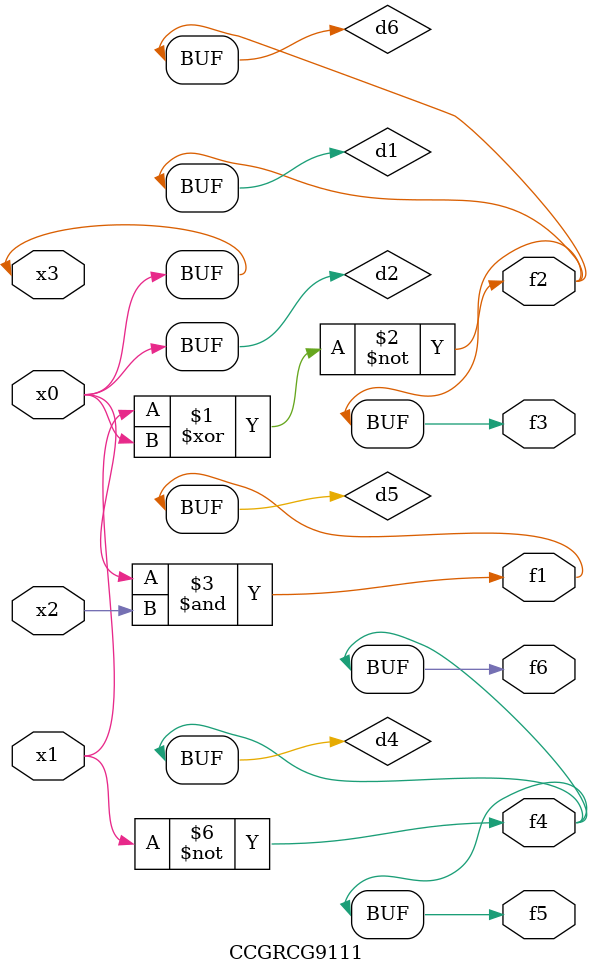
<source format=v>
module CCGRCG9111(
	input x0, x1, x2, x3,
	output f1, f2, f3, f4, f5, f6
);

	wire d1, d2, d3, d4, d5, d6;

	xnor (d1, x1, x3);
	buf (d2, x0, x3);
	nand (d3, x0, x2);
	not (d4, x1);
	nand (d5, d3);
	or (d6, d1);
	assign f1 = d5;
	assign f2 = d6;
	assign f3 = d6;
	assign f4 = d4;
	assign f5 = d4;
	assign f6 = d4;
endmodule

</source>
